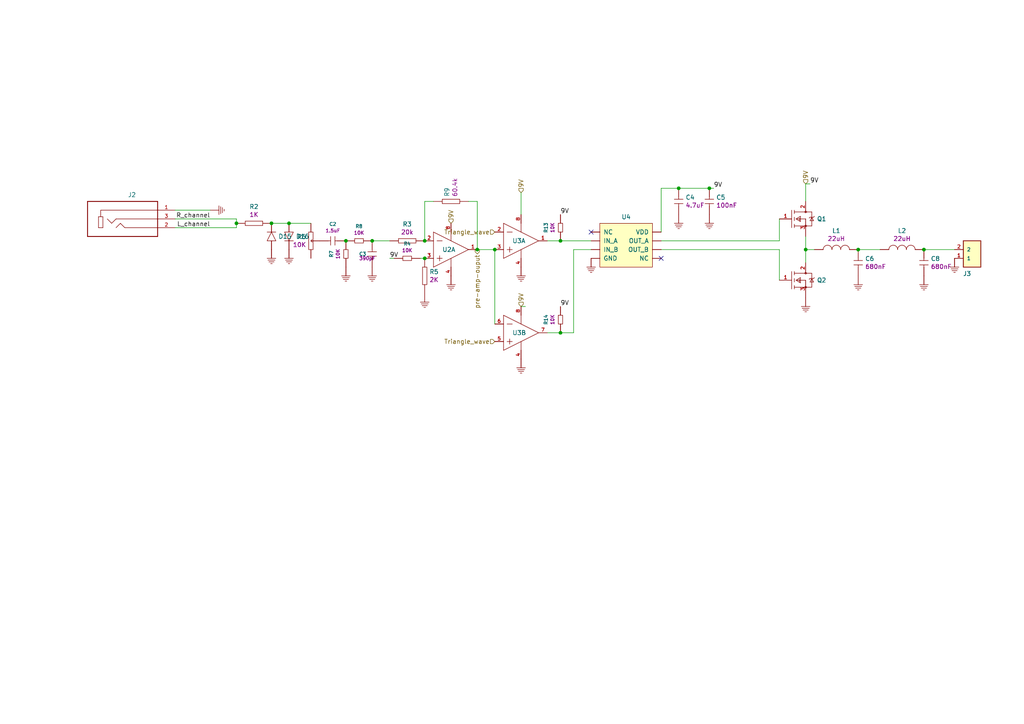
<source format=kicad_sch>
(kicad_sch (version 20211123) (generator eeschema)
  (paper "A4")
  (lib_symbols
    (symbol "Main_Library:C_1.5uF_0603_25V" (pin_numbers hide) (pin_names (offset 0))
      (property "Reference" "C" (at -2.54 1.27 0))
      (property "Waarde" "1.5uF" (at -3.81 -1.27 0))
      (symbol "C_1.5uF_0603_25V_1_1"
        (polyline (pts (xy -1.27 -0.635) (xy 1.27 -0.635)))
        (polyline (pts (xy -1.27 0.635) (xy 1.27 0.635)))
        (polyline (pts (xy 0 -0.635) (xy 0 -1.27)))
        (polyline (pts (xy 0 1.27) (xy 0 0.635)))
        (pin input line (at 0 3.81 270) (length 2.54) (name "~") (number "1"))
        (pin input line (at 0 -3.81 90) (length 2.54) (name "~") (number "2"))
      )
    )
    (symbol "Main_Library:C_100nF_0603_25V" (pin_numbers hide) (pin_names (offset 1.016) hide)
      (property "Reference" "C" (at 0 5.08 0))
      (property "Waarde" "100nF" (at -2.54 1.27 0))
      (symbol "C_100nF_0603_25V_1_1"
        (polyline (pts (xy -1.27 -0.635) (xy 1.27 -0.635)))
        (polyline (pts (xy -1.27 0.635) (xy 1.27 0.635)))
        (polyline (pts (xy 0 -0.635) (xy 0 -1.27)))
        (polyline (pts (xy 0 1.27) (xy 0 0.635)))
        (pin input line (at 0 3.81 270) (length 2.54) (name "~") (number "1"))
        (pin input line (at 0 -3.81 90) (length 2.54) (name "~") (number "2"))
      )
    )
    (symbol "Main_Library:C_390pF_0603_50V" (pin_numbers hide) (pin_names (offset 0))
      (property "Reference" "C" (at -2.54 1.27 0))
      (property "Waarde" "390pF" (at -3.81 -1.27 0))
      (symbol "C_390pF_0603_50V_1_1"
        (polyline (pts (xy -1.27 -0.635) (xy 1.27 -0.635)))
        (polyline (pts (xy -1.27 0.635) (xy 1.27 0.635)))
        (polyline (pts (xy 0 -0.635) (xy 0 -1.27)))
        (polyline (pts (xy 0 1.27) (xy 0 0.635)))
        (pin input line (at 0 3.81 270) (length 2.54) (name "~") (number "1"))
        (pin input line (at 0 -3.81 90) (length 2.54) (name "~") (number "2"))
      )
    )
    (symbol "Main_Library:C_4.7uF_0603_25V" (pin_numbers hide) (pin_names (offset 0))
      (property "Reference" "C" (at -2.54 2.54 0))
      (property "Waarde" "4.7uF" (at -2.54 -2.54 0))
      (symbol "C_4.7uF_0603_25V_1_1"
        (polyline (pts (xy -1.27 -0.635) (xy 1.27 -0.635)))
        (polyline (pts (xy -1.27 0.635) (xy 1.27 0.635)))
        (polyline (pts (xy 0 -0.635) (xy 0 -1.27)))
        (polyline (pts (xy 0 1.27) (xy 0 0.635)))
        (pin input line (at 0 3.81 270) (length 2.54) (name "~") (number "1"))
        (pin input line (at 0 -3.81 90) (length 2.54) (name "~") (number "2"))
      )
    )
    (symbol "Main_Library:C_680nF_TH_450V" (pin_numbers hide) (pin_names (offset 0))
      (property "Reference" "C" (at -2.54 1.27 0))
      (property "Waarde" "680nF" (at -2.54 -2.54 0))
      (symbol "C_680nF_TH_450V_1_1"
        (polyline (pts (xy -1.27 -0.635) (xy 1.27 -0.635)))
        (polyline (pts (xy -1.27 0.635) (xy 1.27 0.635)))
        (polyline (pts (xy 0 -0.635) (xy 0 -1.27)))
        (polyline (pts (xy 0 1.27) (xy 0 0.635)))
        (pin input line (at 0 3.81 270) (length 2.54) (name "~") (number "1"))
        (pin input line (at 0 -3.81 90) (length 2.54) (name "~") (number "2"))
      )
    )
    (symbol "Main_Library:D_1N4148WS_SOD323F_ONSEMI" (pin_numbers hide) (pin_names (offset 0) hide)
      (property "Reference" "D" (at 0 7.62 0))
      (symbol "D_1N4148WS_SOD323F_ONSEMI_1_1"
        (polyline (pts (xy -1.27 1.27) (xy -1.27 -1.27)))
        (polyline (pts (xy 1.27 1.27) (xy -1.27 0)))
        (polyline (pts (xy 1.27 1.27) (xy 1.27 -1.27) (xy -1.27 0)))
        (pin passive line (at 3.81 0 180) (length 2.54) (name "A") (number "A"))
        (pin passive line (at -3.81 0 0) (length 2.54) (name "C") (number "C"))
      )
    )
    (symbol "Main_Library:GND" (power) (pin_numbers hide) (pin_names (offset 0) hide)
      (symbol "GND_0_1"
        (polyline (pts (xy -1.27 -2.54) (xy 1.27 -2.54)))
        (polyline (pts (xy -1.016 -3.048) (xy 1.016 -3.048)))
        (polyline (pts (xy -0.762 -3.556) (xy 0.762 -3.556)))
        (polyline (pts (xy -0.254 -4.064) (xy 0.254 -4.064)))
      )
      (symbol "GND_1_1"
        (pin power_in line (at 0 0 270) (length 2.54) (name "GND") (number "1"))
      )
    )
    (symbol "Main_Library:J_2_screwterminal_2.54_282834-2" (pin_names (offset 1.016))
      (property "Reference" "J" (at -3.048 3.429 0))
      (symbol "J_2_screwterminal_2.54_282834-2_0_0"
        (rectangle (start -2.54 -5.08) (end 2.54 2.54) (stroke (width 0.254)) (fill (type background)))
        (pin passive line (at 5.08 0 180) (length 2.54) (name "1") (number "1"))
        (pin passive line (at 5.08 -2.54 180) (length 2.54) (name "2") (number "2"))
      )
    )
    (symbol "Main_Library:J_3.5mm_jack_SJ1-3523N" (pin_names (offset 1.016) hide)
      (property "Reference" "J" (at -10.16 7.62 0))
      (property "Value" "Main_Library_J_3.5mm_jack_SJ1-3523N" (at -10.16 -10.16 0))
      (symbol "J_3.5mm_jack_SJ1-3523N_0_0"
        (polyline (pts (xy -10.16 -5.08) (xy 10.16 -5.08)) (stroke (width 0.254)))
        (polyline (pts (xy -10.16 5.08) (xy -10.16 -5.08)) (stroke (width 0.254)))
        (polyline (pts (xy -6.985 -2.54) (xy -6.985 0.635)) (stroke (width 0.1524)))
        (polyline (pts (xy -6.985 0.635) (xy -6.35 0.635)) (stroke (width 0.1524)))
        (polyline (pts (xy -6.35 0.635) (xy -5.715 0.635)) (stroke (width 0.1524)))
        (polyline (pts (xy -6.35 2.54) (xy -6.35 0.635)) (stroke (width 0.1524)))
        (polyline (pts (xy -5.715 -2.54) (xy -6.985 -2.54)) (stroke (width 0.1524)))
        (polyline (pts (xy -5.715 0.635) (xy -5.715 -2.54)) (stroke (width 0.1524)))
        (polyline (pts (xy -3.175 -1.27) (xy -4.445 0)) (stroke (width 0.1524)))
        (polyline (pts (xy -1.905 0) (xy -3.175 -1.27)) (stroke (width 0.1524)))
        (polyline (pts (xy -0.635 -1.27) (xy -1.905 -2.54)) (stroke (width 0.1524)))
        (polyline (pts (xy 0.635 -2.54) (xy -0.635 -1.27)) (stroke (width 0.1524)))
        (polyline (pts (xy 10.16 -5.08) (xy 10.16 -2.54)) (stroke (width 0.254)))
        (polyline (pts (xy 10.16 -2.54) (xy 0.635 -2.54)) (stroke (width 0.1524)))
        (polyline (pts (xy 10.16 -2.54) (xy 10.16 0)) (stroke (width 0.254)))
        (polyline (pts (xy 10.16 0) (xy -1.905 0)) (stroke (width 0.1524)))
        (polyline (pts (xy 10.16 0) (xy 10.16 2.54)) (stroke (width 0.254)))
        (polyline (pts (xy 10.16 2.54) (xy -6.35 2.54)) (stroke (width 0.1524)))
        (polyline (pts (xy 10.16 2.54) (xy 10.16 5.08)) (stroke (width 0.254)))
        (polyline (pts (xy 10.16 5.08) (xy -10.16 5.08)) (stroke (width 0.254)))
        (pin passive line (at 15.24 2.54 180) (length 5.08) (name "~") (number "1"))
        (pin passive line (at 15.24 -2.54 180) (length 5.08) (name "~") (number "2"))
        (pin passive line (at 15.24 0 180) (length 5.08) (name "~") (number "3"))
      )
    )
    (symbol "Main_Library:L_22uH_RFS1113_coilcraft_TH" (pin_numbers hide) (pin_names (offset 0))
      (property "Reference" "L" (at -5.08 1.27 0))
      (property "Waarde" "22uH" (at 0 2.54 0))
      (symbol "L_22uH_RFS1113_coilcraft_TH_1_1"
        (arc (start -1.27 0) (mid -2.54 1.27) (end -3.81 0))
        (arc (start 1.27 0) (mid 0 1.27) (end -1.27 0))
        (arc (start 3.81 0) (mid 2.54 1.27) (end 1.27 0))
        (pin input line (at -6.35 0 0) (length 2.54) (name "~") (number "1"))
        (pin input line (at 6.35 0 180) (length 2.54) (name "~") (number "2"))
      )
    )
    (symbol "Main_Library:Q_IRFZ44NPBF_N-Channel_Infineon" (pin_names (offset 1.016))
      (property "Reference" "Q" (at -2.54 7.62 0))
      (symbol "Q_IRFZ44NPBF_N-Channel_Infineon_1_1"
        (polyline (pts (xy 3.556 -2.54) (xy 3.556 2.54)))
        (polyline (pts (xy 4.318 -2.032) (xy 7.62 -2.032)))
        (polyline (pts (xy 4.318 -1.524) (xy 4.318 -2.54)))
        (polyline (pts (xy 4.318 0.508) (xy 4.318 -0.508)))
        (polyline (pts (xy 4.318 1.524) (xy 4.318 2.54)))
        (polyline (pts (xy 4.318 2.032) (xy 7.62 2.032)))
        (polyline (pts (xy 4.826 0) (xy 6.096 -0.762)))
        (polyline (pts (xy 4.826 0) (xy 6.096 0.762)))
        (polyline (pts (xy 5.08 0) (xy 7.62 0)))
        (polyline (pts (xy 5.842 0.254) (xy 5.842 -0.508)))
        (polyline (pts (xy 6.096 0.762) (xy 6.096 -0.762)))
        (polyline (pts (xy 7.62 -2.032) (xy 9.398 -2.032)))
        (polyline (pts (xy 8.89 -0.508) (xy 9.906 -0.508)))
        (polyline (pts (xy 8.89 0.508) (xy 8.636 0.254)))
        (polyline (pts (xy 9.398 -2.032) (xy 9.398 2.032)))
        (polyline (pts (xy 9.398 0.508) (xy 8.89 -0.508)))
        (polyline (pts (xy 9.398 0.508) (xy 8.89 0.508)))
        (polyline (pts (xy 9.398 0.508) (xy 9.906 0.508)))
        (polyline (pts (xy 9.398 2.032) (xy 7.62 2.032)))
        (polyline (pts (xy 9.906 -0.508) (xy 9.398 0.508)))
        (polyline (pts (xy 9.906 0.508) (xy 10.16 0.762)))
        (circle (center 7.62 -2.032) (radius 0.254))
        (circle (center 7.62 2.032) (radius 0.254))
        (pin unspecified line (at 0 0 0) (length 3.556) (name "GATE") (number "1"))
        (pin unspecified line (at 7.62 5.08 270) (length 3.048) (name "DRAIN") (number "2"))
        (pin unspecified line (at 7.62 -5.08 90) (length 5.08) (name "SOURCE") (number "3"))
      )
    )
    (symbol "Main_Library:R_10K_0603" (pin_numbers hide) (pin_names (offset 0))
      (property "Reference" "R" (at -1.27 3.81 0))
      (property "Waarde" "10K" (at -2.54 0 0))
      (symbol "R_10K_0603_1_1"
        (rectangle (start -0.635 1.27) (end 0.635 -1.27))
        (pin input line (at 0 3.81 270) (length 2.54) (name "~") (number "1"))
        (pin input line (at 0 -3.81 90) (length 2.54) (name "~") (number "2"))
      )
    )
    (symbol "Main_Library:R_10K_Potmeter" (pin_numbers hide) (pin_names (offset 0) hide)
      (property "Reference" "R" (at 2.54 7.62 0))
      (property "Waarde" "10K" (at 0 0 0))
      (symbol "R_10K_Potmeter_0_1"
        (polyline (pts (xy 0 0) (xy 0.381 -0.381)))
        (polyline (pts (xy 0 0) (xy 0.381 0.381)))
      )
      (symbol "R_10K_Potmeter_1_1"
        (rectangle (start -0.635 2.54) (end 0.635 -2.54))
        (pin input line (at 0 5.08 270) (length 2.54) (name "~") (number "1"))
        (pin output line (at 2.54 0 180) (length 2.54) (name "S") (number "2"))
        (pin input line (at 0 -5.08 90) (length 2.54) (name "~") (number "3"))
      )
    )
    (symbol "Main_Library:R_1K_0603" (pin_numbers hide) (pin_names (offset 0) hide)
      (property "Reference" "R" (at -2.032 -1.016 0))
      (property "Waarde" "1K" (at -2.032 0.762 0))
      (symbol "R_1K_0603_1_1"
        (rectangle (start -0.635 2.54) (end 0.635 -2.54))
        (pin input line (at 0 5.08 270) (length 2.54) (name "~") (number "1"))
        (pin input line (at 0 -5.08 90) (length 2.54) (name "~") (number "2"))
      )
    )
    (symbol "Main_Library:R_20K_0603" (pin_numbers hide) (pin_names (offset 0) hide)
      (property "Reference" "R" (at -2.032 -1.016 0))
      (property "Waarde" "20k" (at -2.032 0.762 0))
      (symbol "R_20K_0603_1_1"
        (rectangle (start -0.635 2.54) (end 0.635 -2.54))
        (pin input line (at 0 5.08 270) (length 2.54) (name "~") (number "1"))
        (pin input line (at 0 -5.08 90) (length 2.54) (name "~") (number "2"))
      )
    )
    (symbol "Main_Library:R_2K_0603" (pin_numbers hide) (pin_names (offset 0) hide)
      (property "Reference" "R" (at 0 6.35 0))
      (property "Waarde" "2K" (at 0 0 0))
      (symbol "R_2K_0603_1_1"
        (rectangle (start -0.635 2.54) (end 0.635 -2.54))
        (pin input line (at 0 5.08 270) (length 2.54) (name "1") (number "1"))
        (pin input line (at 0 -5.08 90) (length 2.54) (name "2") (number "2"))
      )
    )
    (symbol "Main_Library:R_60.4K_0603" (pin_numbers hide) (pin_names (offset 0) hide)
      (property "Reference" "R" (at -2.032 -1.016 0))
      (property "Waarde" "60.4k" (at -2.032 0.762 0))
      (symbol "R_60.4K_0603_1_1"
        (rectangle (start -0.635 2.54) (end 0.635 -2.54))
        (pin input line (at 0 5.08 270) (length 2.54) (name "~") (number "1"))
        (pin input line (at 0 -5.08 90) (length 2.54) (name "~") (number "2"))
      )
    )
    (symbol "Main_Library:U_LM358AP_TI_DIP" (pin_names (offset 1.016))
      (property "Reference" "U" (at 0 7.62 0))
      (symbol "U_LM358AP_TI_DIP_1_1"
        (polyline (pts (xy 2.54 -7.62) (xy 12.7 -2.54)))
        (polyline (pts (xy 2.54 2.54) (xy 2.54 -7.62)))
        (polyline (pts (xy 2.54 2.54) (xy 12.7 -2.54)))
        (polyline (pts (xy 3.556 -5.08) (xy 5.08 -5.08)))
        (polyline (pts (xy 3.556 0) (xy 5.08 0)))
        (polyline (pts (xy 4.318 -4.318) (xy 4.318 -5.842)))
        (polyline (pts (xy 7.62 -5.08) (xy 7.62 -7.62)))
        (polyline (pts (xy 7.62 2.54) (xy 7.62 0)))
        (pin output line (at 15.24 -2.54 180) (length 2.54) (name "1OUT") (number "1"))
        (pin input line (at 0 0 0) (length 2.54) (name "1IN-") (number "2"))
        (pin input line (at 0 -5.08 0) (length 2.54) (name "1IN+") (number "3"))
        (pin power_in line (at 7.62 -10.16 90) (length 2.54) (name "GND") (number "4"))
        (pin power_in line (at 7.62 5.08 270) (length 2.54) (name "VCC") (number "8"))
      )
      (symbol "U_LM358AP_TI_DIP_2_1"
        (polyline (pts (xy 2.54 -7.62) (xy 12.7 -2.54)))
        (polyline (pts (xy 2.54 2.54) (xy 2.54 -7.62)))
        (polyline (pts (xy 2.54 2.54) (xy 12.7 -2.54)))
        (polyline (pts (xy 3.556 -5.08) (xy 5.08 -5.08)))
        (polyline (pts (xy 3.556 0) (xy 5.08 0)))
        (polyline (pts (xy 4.318 -4.318) (xy 4.318 -5.842)))
        (polyline (pts (xy 7.62 -5.08) (xy 7.62 -7.62)))
        (polyline (pts (xy 7.62 2.54) (xy 7.62 0)))
        (pin power_in line (at 7.62 -10.16 90) (length 2.54) (name "GND") (number "4"))
        (pin input line (at 0 -5.08 0) (length 2.54) (name "2IN+") (number "5"))
        (pin input line (at 0 0 0) (length 2.54) (name "2IN-") (number "6"))
        (pin output line (at 15.24 -2.54 180) (length 2.54) (name "2OUT") (number "7"))
        (pin power_in line (at 7.62 5.08 270) (length 2.54) (name "VCC") (number "8"))
      )
    )
    (symbol "Main_Library:U_LM393N_NOPB" (pin_names (offset 1.016))
      (property "Reference" "U" (at 0 7.62 0))
      (symbol "U_LM393N_NOPB_1_1"
        (polyline (pts (xy 5.08 -7.62) (xy 15.24 -2.54)))
        (polyline (pts (xy 5.08 2.54) (xy 5.08 -7.62)))
        (polyline (pts (xy 5.08 2.54) (xy 15.24 -2.54)))
        (polyline (pts (xy 6.096 -5.08) (xy 7.62 -5.08)))
        (polyline (pts (xy 6.096 0) (xy 7.62 0)))
        (polyline (pts (xy 6.858 -4.318) (xy 6.858 -5.842)))
        (polyline (pts (xy 10.16 -5.08) (xy 10.16 -7.62)))
        (polyline (pts (xy 10.16 2.54) (xy 10.16 0)))
        (pin output line (at 17.78 -2.54 180) (length 2.54) (name "OUTA") (number "1"))
        (pin input line (at 2.54 0 0) (length 2.54) (name "INA-") (number "2"))
        (pin input line (at 2.54 -5.08 0) (length 2.54) (name "INA+") (number "3"))
        (pin power_in line (at 10.16 -10.16 90) (length 2.54) (name "GND") (number "4"))
        (pin power_in line (at 10.16 5.08 270) (length 2.54) (name "V+") (number "8"))
      )
      (symbol "U_LM393N_NOPB_2_1"
        (polyline (pts (xy 5.08 -7.62) (xy 15.24 -2.54)))
        (polyline (pts (xy 5.08 2.54) (xy 5.08 -7.62)))
        (polyline (pts (xy 5.08 2.54) (xy 15.24 -2.54)))
        (polyline (pts (xy 6.096 -5.08) (xy 7.62 -5.08)))
        (polyline (pts (xy 6.096 0) (xy 7.62 0)))
        (polyline (pts (xy 6.858 -4.318) (xy 6.858 -5.842)))
        (polyline (pts (xy 10.16 -5.08) (xy 10.16 -7.62)))
        (polyline (pts (xy 10.16 2.54) (xy 10.16 0)))
        (pin power_in line (at 10.16 -10.16 90) (length 2.54) (name "GND") (number "4"))
        (pin input line (at 2.54 -5.08 0) (length 2.54) (name "INB+") (number "5"))
        (pin input line (at 2.54 0 0) (length 2.54) (name "INB-") (number "6"))
        (pin output line (at 17.78 -2.54 180) (length 2.54) (name "OUTB") (number "7"))
        (pin power_in line (at 10.16 5.08 270) (length 2.54) (name "V+") (number "8"))
      )
    )
    (symbol "Main_Library:U_TC4427M_Microchip" (pin_numbers hide) (pin_names (offset 1.016))
      (property "Reference" "U" (at 0 6.35 0))
      (symbol "U_TC4427M_Microchip_0_0"
        (pin unspecified line (at 0 0 0) (length 2.54) (name "NC") (number "1"))
        (pin unspecified line (at 0 -2.54 0) (length 2.54) (name "IN_A") (number "2"))
        (pin unspecified line (at 0 -7.62 0) (length 2.54) (name "GND") (number "3"))
        (pin unspecified line (at 0 -5.08 0) (length 2.54) (name "IN_B") (number "4"))
        (pin unspecified line (at 20.32 -5.08 180) (length 2.54) (name "OUT_B") (number "5"))
        (pin unspecified line (at 20.32 0 180) (length 2.54) (name "VDD") (number "6"))
        (pin unspecified line (at 20.32 -2.54 180) (length 2.54) (name "OUT_A") (number "7"))
        (pin unspecified line (at 20.32 -7.62 180) (length 2.54) (name "NC") (number "8"))
      )
      (symbol "U_TC4427M_Microchip_0_1"
        (rectangle (start 2.54 2.54) (end 17.78 -10.16) (fill (type background)))
      )
    )
  )
  (junction (at 248.92 72.39))
  (junction (at 107.95 69.85))
  (junction (at 233.68 72.39))
  (junction (at 138.43 72.39))
  (junction (at 78.74 64.77))
  (junction (at 123.19 74.93))
  (junction (at 205.74 54.61))
  (junction (at 83.82 64.77))
  (junction (at 267.97 72.39))
  (junction (at 143.51 72.39))
  (junction (at 162.56 96.52))
  (junction (at 68.58 64.77))
  (junction (at 100.33 69.85))
  (junction (at 123.19 69.85))
  (junction (at 162.56 69.85))
  (junction (at 196.85 54.61))
  (no_connect (at 171.45 67.31))
  (no_connect (at 191.77 74.93))
  (wire (pts (xy 166.37 96.52) (xy 166.37 72.39)))
  (wire (pts (xy 123.19 58.42) (xy 125.73 58.42)))
  (wire (pts (xy 191.77 72.39) (xy 226.06 72.39)))
  (wire (pts (xy 113.03 74.93) (xy 114.3 74.93)))
  (wire (pts (xy 151.13 55.88) (xy 151.13 62.23)))
  (wire (pts (xy 50.8 63.5) (xy 68.58 63.5)))
  (wire (pts (xy 166.37 72.39) (xy 171.45 72.39)))
  (wire (pts (xy 83.82 64.77) (xy 90.17 64.77)))
  (wire (pts (xy 233.68 72.39) (xy 233.68 76.2)))
  (wire (pts (xy 191.77 69.85) (xy 226.06 69.85)))
  (wire (pts (xy 233.68 53.34) (xy 233.68 58.42)))
  (wire (pts (xy 68.58 63.5) (xy 68.58 64.77)))
  (wire (pts (xy 158.75 96.52) (xy 162.56 96.52)))
  (wire (pts (xy 205.74 54.61) (xy 207.01 54.61)))
  (wire (pts (xy 196.85 54.61) (xy 191.77 54.61)))
  (wire (pts (xy 143.51 72.39) (xy 143.51 93.98)))
  (wire (pts (xy 233.68 72.39) (xy 236.22 72.39)))
  (wire (pts (xy 68.58 64.77) (xy 68.58 66.04)))
  (wire (pts (xy 151.13 88.9) (xy 152.4 88.9)))
  (wire (pts (xy 158.75 69.85) (xy 162.56 69.85)))
  (wire (pts (xy 138.43 58.42) (xy 138.43 72.39)))
  (wire (pts (xy 107.95 69.85) (xy 113.03 69.85)))
  (wire (pts (xy 233.68 68.58) (xy 233.68 72.39)))
  (wire (pts (xy 50.8 66.04) (xy 68.58 66.04)))
  (wire (pts (xy 121.92 74.93) (xy 123.19 74.93)))
  (wire (pts (xy 162.56 96.52) (xy 166.37 96.52)))
  (wire (pts (xy 226.06 81.28) (xy 226.06 72.39)))
  (wire (pts (xy 226.06 69.85) (xy 226.06 63.5)))
  (wire (pts (xy 50.8 60.96) (xy 60.96 60.96)))
  (wire (pts (xy 162.56 69.85) (xy 171.45 69.85)))
  (wire (pts (xy 233.68 53.34) (xy 234.95 53.34)))
  (wire (pts (xy 191.77 54.61) (xy 191.77 67.31)))
  (wire (pts (xy 267.97 72.39) (xy 276.86 72.39)))
  (wire (pts (xy 135.89 58.42) (xy 138.43 58.42)))
  (wire (pts (xy 78.74 64.77) (xy 83.82 64.77)))
  (wire (pts (xy 255.27 72.39) (xy 248.92 72.39)))
  (wire (pts (xy 123.19 69.85) (xy 123.19 58.42)))
  (wire (pts (xy 138.43 72.39) (xy 143.51 72.39)))
  (wire (pts (xy 205.74 54.61) (xy 196.85 54.61)))
  (label "9V" (at 234.95 53.34 0))
  (label "9V" (at 207.01 54.61 0))
  (label "L_channel" (at 60.96 66.04 180))
  (label "9V" (at 113.03 74.93 0))
  (label "9V" (at 162.56 88.9 0))
  (label "9V" (at 162.56 62.23 0))
  (label "R_channel" (at 60.96 63.5 180))
  (hierarchical_label "9V" (shape input) (at 233.68 53.34 90))
  (hierarchical_label "Triangle_wave" (shape input) (at 143.51 67.31 180))
  (hierarchical_label "pre-amp-ouput" (shape output) (at 138.43 72.39 270))
  (hierarchical_label "9V" (shape input) (at 151.13 55.88 90))
  (hierarchical_label "Triangle_wave" (shape input) (at 143.51 99.06 180))
  (hierarchical_label "9V" (shape input) (at 151.13 88.9 90))
  (hierarchical_label "9V" (shape input) (at 130.81 64.77 90))
  (symbol (lib_id "Main_Library:GND") (at 60.96 60.96 90) (unit 1)
    (property "Reference" "#GND06" (effects hide))
    (property "Value" "GND" (effects hide))
  )
  (symbol (lib_id "Main_Library:J_3.5mm_jack_SJ1-3523N") (at 35.56 63.5 0) (unit 1)
    (property "Reference" "J2" (at 38.2778 56.515 0))
    (property "Value" "J_3.5mm_jack_SJ1-3523N" (effects hide))
    (property "Footprint" "CUI_SJ1-3523N" (effects hide))
    (property "Mouser" "490-SJ1-3523N" (effects hide))
  )
  (symbol (lib_id "Main_Library:GND") (at 151.13 77.47 0) (unit 1)
    (property "Reference" "#GND011" (effects hide))
    (property "Value" "GND" (effects hide))
  )
  (symbol (lib_id "Main_Library:U_TC4427M_Microchip") (at 171.45 67.31 0) (unit 1)
    (property "Reference" "U4" (at 181.61 62.9158 0))
    (property "Value" "U_TC4427M_Microchip" (effects hide))
    (property "Footprint" "MAIN_PCB_LIB:U_8_DIP_TC4427CPA_Microchip" (effects hide))
    (property "Mouser" "579-TC4427ACPA" (effects hide))
  )
  (symbol (lib_id "Main_Library:GND") (at 171.45 74.93 0) (unit 1)
    (property "Reference" "#GND013" (effects hide))
    (property "Value" "GND" (effects hide))
  )
  (symbol (lib_id "Main_Library:C_4.7uF_0603_25V") (at 196.85 58.42 0) (unit 1)
    (property "Reference" "C4" (at 198.8312 57.2516 0) (effects (justify left)))
    (property "Value" "C_4.7uF_0603_25V" (effects hide))
    (property "Footprint" "Main_LIB:C_0603" (effects hide))
    (property "Waarde" "4.7uF" (at 198.8312 59.563 0) (effects (justify left)))
    (property "Mouser" "963-TMK107BBJ475KA-T" (effects hide))
  )
  (symbol (lib_id "Main_Library:GND") (at 196.85 62.23 0) (unit 1)
    (property "Reference" "#GND014" (effects hide))
    (property "Value" "GND" (effects hide))
  )
  (symbol (lib_id "Main_Library:GND") (at 205.74 62.23 0) (unit 1)
    (property "Reference" "#GND015" (effects hide))
    (property "Value" "GND" (effects hide))
  )
  (symbol (lib_id "Main_Library:Q_IRFZ44NPBF_N-Channel_Infineon") (at 226.06 63.5 0) (unit 1)
    (property "Reference" "Q1" (at 236.9312 63.5 0) (effects (justify left)))
    (property "Value" "Q_IRFZ44NPBF_N-Channel_Infineon" (effects hide))
    (property "Footprint" "MAIN_PCB_LIB:Q_IRFZ44NPBF_Infineon" (effects hide))
    (property "Datasheet" "https://www.infineon.com/dgdl/irfz44npbf.pdf?fileId=5546d462533600a40153563b3a9f220d" (effects hide))
    (property "Mouser" "942-IRFZ44NPBF" (effects hide))
  )
  (symbol (lib_id "Main_Library:Q_IRFZ44NPBF_N-Channel_Infineon") (at 226.06 81.28 0) (unit 1)
    (property "Reference" "Q2" (at 236.9312 81.28 0) (effects (justify left)))
    (property "Value" "Q_IRFZ44NPBF_N-Channel_Infineon" (effects hide))
    (property "Footprint" "MAIN_PCB_LIB:Q_IRFZ44NPBF_Infineon" (effects hide))
    (property "Datasheet" "https://www.infineon.com/dgdl/irfz44npbf.pdf?fileId=5546d462533600a40153563b3a9f220d" (effects hide))
    (property "Mouser" "942-IRFZ44NPBF" (effects hide))
  )
  (symbol (lib_id "Main_Library:GND") (at 233.68 86.36 0) (unit 1)
    (property "Reference" "#GND016" (effects hide))
    (property "Value" "GND" (effects hide))
  )
  (symbol (lib_id "Main_Library:R_10K_0603") (at 104.14 69.85 270) (unit 1)
    (property "Reference" "R8" (at 104.14 65.6336 90) (effects (font (size 0.9906 0.9906))))
    (property "Value" "R_10K_0603" (effects hide))
    (property "Footprint" "MAIN_PCB_LIB:R_0603" (effects hide))
    (property "Waarde" "10K" (at 104.14 67.5386 90) (effects (font (size 0.9906 0.9906))))
    (property "Mouser" "667-ERJ-UP3F1002V" (effects hide))
  )
  (symbol (lib_id "Main_Library:R_10K_0603") (at 100.33 73.66 0) (unit 1)
    (property "Reference" "R7" (at 96.1136 73.66 90) (effects (font (size 0.9906 0.9906))))
    (property "Value" "R_10K_0603" (effects hide))
    (property "Footprint" "MAIN_PCB_LIB:R_0603" (effects hide))
    (property "Waarde" "10K" (at 98.0186 73.66 90) (effects (font (size 0.9906 0.9906))))
    (property "Mouser" "667-ERJ-UP3F1002V" (effects hide))
  )
  (symbol (lib_id "Main_Library:GND") (at 100.33 77.47 0) (unit 1)
    (property "Reference" "#GND07" (effects hide))
    (property "Value" "GND" (effects hide))
  )
  (symbol (lib_id "Main_Library:C_390pF_0603_50V") (at 107.95 73.66 0) (unit 1)
    (property "Reference" "C3" (at 104.14 73.66 0) (effects (font (size 0.9906 0.9906)) (justify left)))
    (property "Value" "C_390pF_0603_50V" (effects hide))
    (property "Footprint" "MAIN_PCB_LIB:C_0603" (effects hide))
    (property "Waarde" "390pF" (at 104.14 74.93 0) (effects (font (size 0.9906 0.9906)) (justify left)))
    (property "Mouser" "80-C0603C391K5R" (effects hide))
  )
  (symbol (lib_id "Main_Library:GND") (at 107.95 77.47 0) (unit 1)
    (property "Reference" "#GND08" (effects hide))
    (property "Value" "GND" (effects hide))
  )
  (symbol (lib_id "Main_Library:C_1.5uF_0603_25V") (at 96.52 69.85 270) (unit 1)
    (property "Reference" "C2" (at 96.52 64.9986 90) (effects (font (size 0.9906 0.9906))))
    (property "Value" "C_1.5uF_0603_25V" (effects hide))
    (property "Footprint" "MAIN_PCB_LIB:C_0603" (effects hide))
    (property "Waarde" "1.5uF" (at 96.52 66.9036 90) (effects (font (size 0.9906 0.9906))))
    (property "Mouser" "810-C1608X5R1E155K" (effects hide))
  )
  (symbol (lib_id "Main_Library:GND") (at 151.13 104.14 0) (unit 1)
    (property "Reference" "#GND012" (effects hide))
    (property "Value" "GND" (effects hide))
  )
  (symbol (lib_id "Main_Library:C_680nF_TH_450V") (at 248.92 76.2 0) (unit 1)
    (property "Reference" "C6" (at 250.9012 75.0316 0) (effects (justify left)))
    (property "Value" "C_680nF_TH_450V" (effects hide))
    (property "Footprint" "MAIN_PCB_LIB:C_ECWFD_Panasonic" (effects hide))
    (property "Waarde" "680nF" (at 250.9012 77.343 0) (effects (justify left)))
    (property "Mouser" "667-ECW-FD2W684J" (effects hide))
  )
  (symbol (lib_id "Main_Library:GND") (at 248.92 80.01 0) (unit 1)
    (property "Reference" "#GND017" (effects hide))
    (property "Value" "GND" (effects hide))
  )
  (symbol (lib_id "Main_Library:U_LM393N_NOPB") (at 140.97 67.31 0) (unit 1)
    (property "Reference" "U3" (at 148.59 69.85 0) (effects (justify left)))
    (property "Value" "U_LM393N_NOPB" (effects hide))
    (property "Footprint" "MAIN_PCB_LIB:U_TI_LM393N_NOPB" (effects hide))
    (property "Mouser" "926-LM393N/NOPB" (effects hide))
  )
  (symbol (lib_id "Main_Library:U_LM393N_NOPB") (at 140.97 93.98 0) (unit 2)
    (property "Reference" "U3" (at 148.59 96.52 0) (effects (justify left)))
    (property "Value" "U_LM393N_NOPB" (effects hide))
    (property "Footprint" "MAIN_PCB_LIB:U_TI_LM393N_NOPB" (effects hide))
    (property "Mouser" "926-LM393N/NOPB" (effects hide))
  )
  (symbol (lib_id "Main_Library:U_LM358AP_TI_DIP") (at 123.19 69.85 0) (unit 1)
    (property "Reference" "U2" (at 128.27 72.39 0) (effects (justify left)))
    (property "Value" "U_LM358AP_TI_DIP" (effects hide))
    (property "Footprint" "MAIN_PCB_LIB:U_LM358AP_TI_DIP" (effects hide))
    (property "Datasheet" "http://www.ti.com/lit/ds/symlink/lm358a.pdf" (effects hide))
    (property "Mouser" "926-LM358N/NOPB" (effects hide))
  )
  (symbol (lib_id "Main_Library:GND") (at 130.81 80.01 0) (unit 1)
    (property "Reference" "#GND010" (effects hide))
    (property "Value" "GND" (effects hide))
  )
  (symbol (lib_id "Main_Library:GND") (at 123.19 85.09 0) (unit 1)
    (property "Reference" "#GND09" (effects hide))
    (property "Value" "GND" (effects hide))
  )
  (symbol (lib_id "Main_Library:J_2_screwterminal_2.54_282834-2") (at 281.94 74.93 180) (unit 1)
    (property "Reference" "J3" (at 280.4922 79.375 0))
    (property "Value" "J_2_screwterminal_2.54_282834-2" (effects hide))
    (property "Footprint" "MAIN_PCB_LIB:J_2_screwterminal_2.54" (effects hide))
    (property "Number_of_Positions" "2" (effects hide))
    (property "Centerline_Pitch" "2.54 mm[.1 in]" (effects hide))
    (property "EU_RoHS_Compliance" "Compliant with Exemptions" (effects hide))
    (property "Comment" "282834-2" (effects hide))
    (property "Mouser" "571-282834-2" (effects hide))
  )
  (symbol (lib_id "Main_Library:R_1K_0603") (at 73.66 64.77 270) (unit 1)
    (property "Reference" "R2" (at 73.66 59.944 90))
    (property "Value" "R_1K_0603" (effects hide))
    (property "Footprint" "MAIN_PCB_LIB:R_0603" (effects hide))
    (property "Waarde" "1K" (at 73.66 62.2554 90))
    (property "Mouser" "667-ERJ-PB3D1001V" (effects hide))
  )
  (symbol (lib_id "Main_Library:R_10K_Potmeter") (at 90.17 69.85 0) (unit 1)
    (property "Reference" "R6" (at 88.8238 68.6816 0) (effects (justify right)))
    (property "Value" "R_10K_Potmeter" (effects hide))
    (property "Footprint" "MAIN_PCB_LIB:R_TH_POT_P160series" (effects hide))
    (property "Waarde" "10K" (at 88.8238 70.993 0) (effects (justify right)))
  )
  (symbol (lib_id "Main_Library:D_1N4148WS_SOD323F_ONSEMI") (at 78.74 68.58 270) (unit 1)
    (property "Reference" "D15" (at 80.7212 68.58 90) (effects (justify left)))
    (property "Value" "D_1N4148WS_SOD323F_ONSEMI" (effects hide))
    (property "Footprint" "MAIN_PCB_LIB:D_1N4148_SOD-323F_ONSEMI" (effects hide))
    (property "Mouser" "512-1N4148WS" (effects hide))
  )
  (symbol (lib_id "Main_Library:D_1N4148WS_SOD323F_ONSEMI") (at 83.82 68.58 90) (unit 1)
    (property "Reference" "D16" (at 85.8012 68.58 90) (effects (justify right)))
    (property "Value" "D_1N4148WS_SOD323F_ONSEMI" (effects hide))
    (property "Footprint" "MAIN_PCB_LIB:D_1N4148_SOD-323F_ONSEMI" (effects hide))
    (property "Mouser" "512-1N4148WS" (effects hide))
  )
  (symbol (lib_id "Main_Library:GND") (at 276.86 74.93 0) (unit 1)
    (property "Reference" "#GND04" (effects hide))
    (property "Value" "GND" (effects hide))
  )
  (symbol (lib_id "Main_Library:GND") (at 83.82 72.39 0) (unit 1)
    (property "Reference" "#GND026" (effects hide))
    (property "Value" "GND" (effects hide))
  )
  (symbol (lib_id "Main_Library:GND") (at 78.74 72.39 0) (unit 1)
    (property "Reference" "#GND05" (effects hide))
    (property "Value" "GND" (effects hide))
  )
  (symbol (lib_id "Main_Library:L_22uH_RFS1113_coilcraft_TH") (at 242.57 72.39 0) (unit 1)
    (property "Reference" "L1" (at 242.57 66.929 0))
    (property "Value" "L_22uH_RFS1113_coilcraft_TH" (effects hide))
    (property "Footprint" "MAIN_PCB_LIB:L_RFS1113_coilcraft" (effects hide))
    (property "Waarde" "22uH" (at 242.57 69.2404 0))
    (property "Mouser" "994-RFS1113-223ME" (effects hide))
  )
  (symbol (lib_id "Main_Library:R_10K_0603") (at 162.56 66.04 0) (unit 1)
    (property "Reference" "R13" (at 158.3436 66.04 90) (effects (font (size 0.9906 0.9906))))
    (property "Value" "R_10K_0603" (effects hide))
    (property "Footprint" "MAIN_PCB_LIB:R_0603" (effects hide))
    (property "Waarde" "10K" (at 160.2486 66.04 90) (effects (font (size 0.9906 0.9906))))
    (property "Mouser" "667-ERJ-UP3F1002V" (effects hide))
  )
  (symbol (lib_id "Main_Library:R_10K_0603") (at 162.56 92.71 0) (unit 1)
    (property "Reference" "R14" (at 158.3436 92.71 90) (effects (font (size 0.9906 0.9906))))
    (property "Value" "R_10K_0603" (effects hide))
    (property "Footprint" "MAIN_PCB_LIB:R_0603" (effects hide))
    (property "Waarde" "10K" (at 160.2486 92.71 90) (effects (font (size 0.9906 0.9906))))
    (property "Mouser" "667-ERJ-UP3F1002V" (effects hide))
  )
  (symbol (lib_id "Main_Library:R_60.4K_0603") (at 130.81 58.42 90) (unit 1)
    (property "Reference" "R9" (at 129.6416 57.0738 0) (effects (justify left)))
    (property "Value" "R_60.4K_0603" (effects hide))
    (property "Footprint" "MAIN_PCB_LIB:R_0603" (effects hide))
    (property "Waarde" "60.4k" (at 131.953 57.0738 0) (effects (justify left)))
    (property "Mouser" "603-RT0603DRE0760K4L" (effects hide))
  )
  (symbol (lib_id "Main_Library:R_20K_0603") (at 118.11 69.85 270) (unit 1)
    (property "Reference" "R3" (at 118.11 65.024 90))
    (property "Value" "R_20K_0603" (effects hide))
    (property "Footprint" "MAIN_PCB_LIB:R_0603" (effects hide))
    (property "Waarde" "20k" (at 118.11 67.3354 90))
    (property "Mouser" "603-RT0603FRE0720KL" (effects hide))
  )
  (symbol (lib_id "Main_Library:R_10K_0603") (at 118.11 74.93 270) (unit 1)
    (property "Reference" "R4" (at 118.11 70.7136 90) (effects (font (size 0.9906 0.9906))))
    (property "Value" "R_10K_0603" (effects hide))
    (property "Footprint" "MAIN_PCB_LIB:R_0603" (effects hide))
    (property "Waarde" "10K" (at 118.11 72.6186 90) (effects (font (size 0.9906 0.9906))))
    (property "Mouser" "667-ERJ-UP3F1002V" (effects hide))
  )
  (symbol (lib_id "Main_Library:R_2K_0603") (at 123.19 80.01 0) (unit 1)
    (property "Reference" "R5" (at 124.5362 78.8416 0) (effects (justify left)))
    (property "Value" "R_2K_0603" (effects hide))
    (property "Footprint" "MAIN_PCB_LIB:R_0603" (effects hide))
    (property "Mouser" "603-RT0603BRD072KL" (effects hide))
    (property "Waarde" "2K" (at 124.5362 81.153 0) (effects (justify left)))
  )
  (symbol (lib_id "Main_Library:C_680nF_TH_450V") (at 267.97 76.2 0) (unit 1)
    (property "Reference" "C8" (at 269.9512 75.0316 0) (effects (justify left)))
    (property "Value" "C_680nF_TH_450V" (effects hide))
    (property "Footprint" "MAIN_PCB_LIB:C_ECWFD_Panasonic" (effects hide))
    (property "Waarde" "680nF" (at 269.9512 77.343 0) (effects (justify left)))
    (property "Mouser" "667-ECW-FD2W684J" (effects hide))
  )
  (symbol (lib_id "Main_Library:GND") (at 267.97 80.01 0) (unit 1)
    (property "Reference" "#GND028" (effects hide))
    (property "Value" "GND" (effects hide))
  )
  (symbol (lib_id "Main_Library:L_22uH_RFS1113_coilcraft_TH") (at 261.62 72.39 0) (unit 1)
    (property "Reference" "L2" (at 261.62 66.929 0))
    (property "Value" "L_22uH_RFS1113_coilcraft_TH" (effects hide))
    (property "Footprint" "MAIN_PCB_LIB:L_RFS1113_coilcraft" (effects hide))
    (property "Waarde" "22uH" (at 261.62 69.2404 0))
    (property "Mouser" "994-RFS1113-223ME" (effects hide))
  )
  (symbol (lib_id "Main_Library:C_100nF_0603_25V") (at 205.74 58.42 0) (unit 1)
    (property "Reference" "C5" (at 207.7212 57.2516 0) (effects (justify left)))
    (property "Value" "C_100nF_0603_25V" (effects hide))
    (property "Footprint" "MAIN_PCB_LIB:C_0603" (effects hide))
    (property "Mouser" "810-C0603X5R1E104KBB" (effects hide))
    (property "Waarde" "100nF" (at 207.7212 59.563 0) (effects (justify left)))
  )
)
</source>
